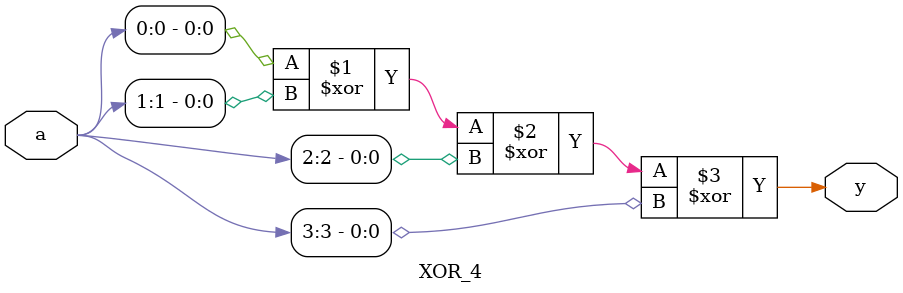
<source format=v>
module XOR_4(
	input [3:0]a,
	output     y
);

	assign y = a[0]^a[1]^a[2]^a[3];
	
endmodule
</source>
